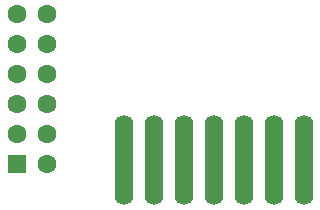
<source format=gbs>
G04 #@! TF.FileFunction,Soldermask,Bot*
%FSLAX46Y46*%
G04 Gerber Fmt 4.6, Leading zero omitted, Abs format (unit mm)*
G04 Created by KiCad (PCBNEW 4.0.1-stable) date 15/01/2016 09:54:40*
%MOMM*%
G01*
G04 APERTURE LIST*
%ADD10C,0.100000*%
%ADD11O,1.600000X7.600000*%
%ADD12R,1.600000X1.500000*%
%ADD13C,1.600000*%
G04 APERTURE END LIST*
D10*
D11*
X10617500Y-13737000D03*
X13157500Y-13737000D03*
X15697500Y-13737000D03*
X18237500Y-13737000D03*
X20777500Y-13737000D03*
X23317500Y-13737000D03*
X25857500Y-13737000D03*
D12*
X1600000Y-14100000D03*
D13*
X4140000Y-14100000D03*
X1600000Y-11560000D03*
X4140000Y-11560000D03*
X1600000Y-9020000D03*
X4140000Y-9020000D03*
X1600000Y-6480000D03*
X4140000Y-6480000D03*
X1600000Y-3940000D03*
X4140000Y-3940000D03*
X1600000Y-1400000D03*
X4140000Y-1400000D03*
M02*

</source>
